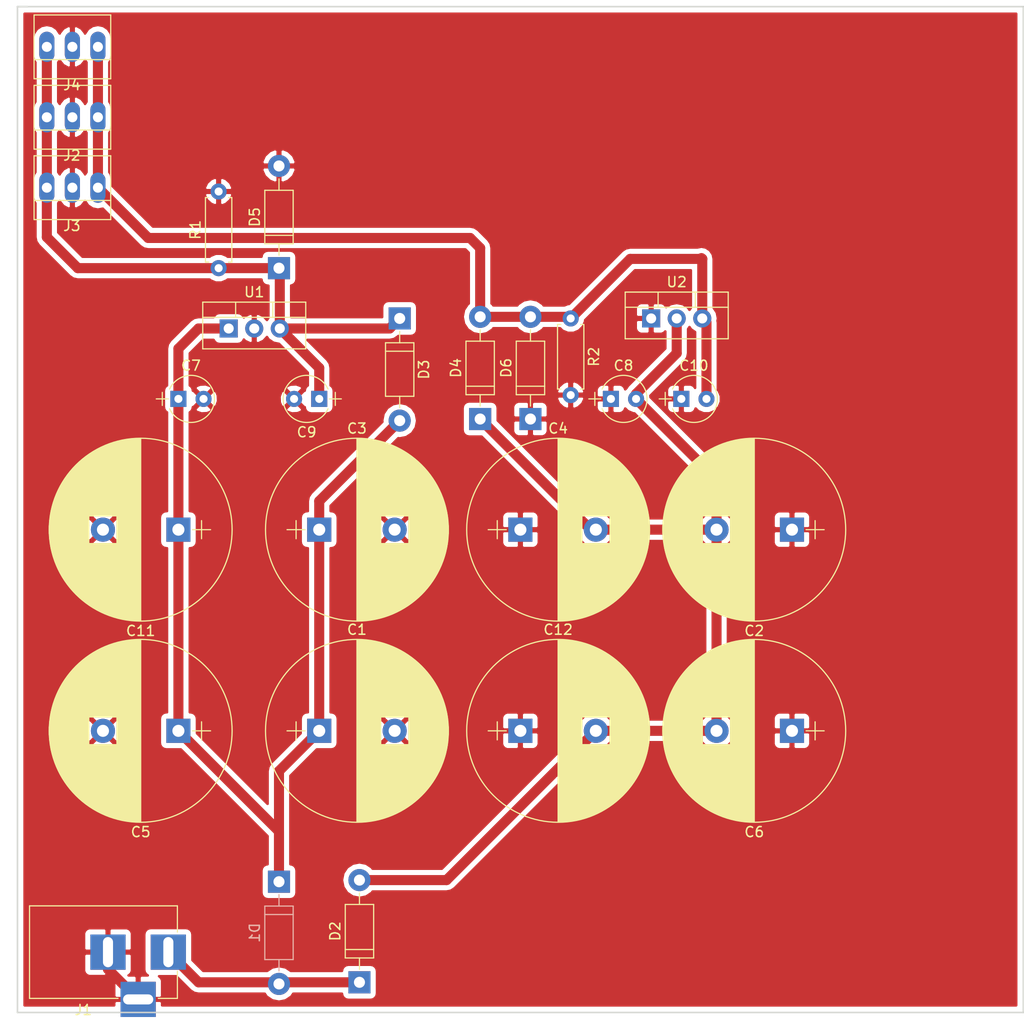
<source format=kicad_pcb>
(kicad_pcb (version 4) (host pcbnew 4.0.6)
  (layers (0 F.Cu signal) (31 B.Cu signal) (34 B.Paste user) (35 F.Paste user) (36 B.SilkS user) (37 F.SilkS user) (38 B.Mask user) (39 F.Mask user) (44 Edge.Cuts user))
  (net 0 "")
  (net 1 "Net-(C1-Pad1)")
  (net 2 GND)
  (net 3 "Net-(C12-Pad2)")
  (net 4 V+)
  (net 5 V-)
  (net 6 "Net-(D1-Pad2)")
  (module Capacitors_THT:CP_Radial_D18.0mm_P7.50mm (layer F.Cu) (at 53 102)
    (fp_text reference C1 (at 3.75 -10.06) (layer F.SilkS))
    (fp_text value 3300uF)
    (pad 1 thru_hole rect (at 0 0) (size 2.4 2.4) (drill 1.2) (layers *.Cu *.Mask) (net 1 "Net-(C1-Pad1)"))
    (pad 2 thru_hole circle (at 7.5 0) (size 2.4 2.4) (drill 1.2) (layers *.Cu *.Mask) (net 2 GND))
  )
  (module Capacitors_THT:CP_Radial_D18.0mm_P7.50mm (layer F.Cu) (at 100 82 180)
    (fp_text reference C2 (at 3.75 -10.06 180) (layer F.SilkS))
    (fp_text value 3300uF)
    (pad 1 thru_hole rect (at 0 0 180) (size 2.4 2.4) (drill 1.2) (layers *.Cu *.Mask) (net 2 GND))
    (pad 2 thru_hole circle (at 7.5 0 180) (size 2.4 2.4) (drill 1.2) (layers *.Cu *.Mask) (net 3 "Net-(C12-Pad2)"))
  )
  (module Capacitors_THT:CP_Radial_D18.0mm_P7.50mm (layer F.Cu) (at 53 82)
    (fp_text reference C3 (at 3.75 -10.06) (layer F.SilkS))
    (fp_text value 3300uF)
    (pad 1 thru_hole rect (at 0 0) (size 2.4 2.4) (drill 1.2) (layers *.Cu *.Mask) (net 1 "Net-(C1-Pad1)"))
    (pad 2 thru_hole circle (at 7.5 0) (size 2.4 2.4) (drill 1.2) (layers *.Cu *.Mask) (net 2 GND))
  )
  (module Capacitors_THT:CP_Radial_D18.0mm_P7.50mm (layer F.Cu) (at 73 82)
    (fp_text reference C4 (at 3.75 -10.06) (layer F.SilkS))
    (fp_text value 3300uF)
    (pad 1 thru_hole rect (at 0 0) (size 2.4 2.4) (drill 1.2) (layers *.Cu *.Mask) (net 2 GND))
    (pad 2 thru_hole circle (at 7.5 0) (size 2.4 2.4) (drill 1.2) (layers *.Cu *.Mask) (net 3 "Net-(C12-Pad2)"))
  )
  (module Capacitors_THT:CP_Radial_D18.0mm_P7.50mm (layer F.Cu) (at 39 102 180)
    (fp_text reference C5 (at 3.75 -10.06 180) (layer F.SilkS))
    (fp_text value 3300uF)
    (pad 1 thru_hole rect (at 0 0 180) (size 2.4 2.4) (drill 1.2) (layers *.Cu *.Mask) (net 1 "Net-(C1-Pad1)"))
    (pad 2 thru_hole circle (at 7.5 0 180) (size 2.4 2.4) (drill 1.2) (layers *.Cu *.Mask) (net 2 GND))
  )
  (module Capacitors_THT:CP_Radial_D18.0mm_P7.50mm (layer F.Cu) (at 100 102 180)
    (fp_text reference C6 (at 3.75 -10.06 180) (layer F.SilkS))
    (fp_text value 3300uF)
    (pad 1 thru_hole rect (at 0 0 180) (size 2.4 2.4) (drill 1.2) (layers *.Cu *.Mask) (net 2 GND))
    (pad 2 thru_hole circle (at 7.5 0 180) (size 2.4 2.4) (drill 1.2) (layers *.Cu *.Mask) (net 3 "Net-(C12-Pad2)"))
  )
  (module Capacitors_THT:CP_Radial_Tantal_D4.5mm_P2.50mm (layer F.Cu) (at 39 69)
    (fp_text reference C7 (at 1.25 -3.31) (layer F.SilkS))
    (fp_text value 1uF)
    (pad 1 thru_hole rect (at 0 0) (size 1.6 1.6) (drill 0.8) (layers *.Cu *.Mask) (net 1 "Net-(C1-Pad1)"))
    (pad 2 thru_hole circle (at 2.5 0) (size 1.6 1.6) (drill 0.8) (layers *.Cu *.Mask) (net 2 GND))
  )
  (module Capacitors_THT:CP_Radial_Tantal_D4.5mm_P2.50mm (layer F.Cu) (at 82 69)
    (fp_text reference C8 (at 1.25 -3.31) (layer F.SilkS))
    (fp_text value 1uF)
    (pad 1 thru_hole rect (at 0 0) (size 1.6 1.6) (drill 0.8) (layers *.Cu *.Mask) (net 2 GND))
    (pad 2 thru_hole circle (at 2.5 0) (size 1.6 1.6) (drill 0.8) (layers *.Cu *.Mask) (net 3 "Net-(C12-Pad2)"))
  )
  (module Capacitors_THT:CP_Radial_Tantal_D4.5mm_P2.50mm (layer F.Cu) (at 53 69 180)
    (fp_text reference C9 (at 1.25 -3.31 180) (layer F.SilkS))
    (fp_text value 1uF)
    (pad 1 thru_hole rect (at 0 0 180) (size 1.6 1.6) (drill 0.8) (layers *.Cu *.Mask) (net 4 V+))
    (pad 2 thru_hole circle (at 2.5 0 180) (size 1.6 1.6) (drill 0.8) (layers *.Cu *.Mask) (net 2 GND))
  )
  (module Capacitors_THT:CP_Radial_Tantal_D4.5mm_P2.50mm (layer F.Cu) (at 89 69)
    (fp_text reference C10 (at 1.25 -3.31) (layer F.SilkS))
    (fp_text value 1uF)
    (pad 1 thru_hole rect (at 0 0) (size 1.6 1.6) (drill 0.8) (layers *.Cu *.Mask) (net 2 GND))
    (pad 2 thru_hole circle (at 2.5 0) (size 1.6 1.6) (drill 0.8) (layers *.Cu *.Mask) (net 5 V-))
  )
  (module Capacitors_THT:CP_Radial_D18.0mm_P7.50mm (layer F.Cu) (at 39 82 180)
    (fp_text reference C11 (at 3.75 -10.06 180) (layer F.SilkS))
    (fp_text value CP1)
    (pad 1 thru_hole rect (at 0 0 180) (size 2.4 2.4) (drill 1.2) (layers *.Cu *.Mask) (net 1 "Net-(C1-Pad1)"))
    (pad 2 thru_hole circle (at 7.5 0 180) (size 2.4 2.4) (drill 1.2) (layers *.Cu *.Mask) (net 2 GND))
  )
  (module Capacitors_THT:CP_Radial_D18.0mm_P7.50mm (layer F.Cu) (at 73 102)
    (fp_text reference C12 (at 3.75 -10.06) (layer F.SilkS))
    (fp_text value CP1)
    (pad 1 thru_hole rect (at 0 0) (size 2.4 2.4) (drill 1.2) (layers *.Cu *.Mask) (net 2 GND))
    (pad 2 thru_hole circle (at 7.5 0) (size 2.4 2.4) (drill 1.2) (layers *.Cu *.Mask) (net 3 "Net-(C12-Pad2)"))
  )
  (module Diodes_THT:D_DO-41_SOD81_P10.16mm_Horizontal (layer B.Cu) (at 49 117 270)
    (fp_text reference D1 (at 5.08 2.41 270) (layer B.SilkS) (effects (justify mirror)))
    (fp_text value D)
    (pad 1 thru_hole rect (at 0 0 270) (size 2.2 2.2) (drill 1.1) (layers *.Cu *.Mask) (net 1 "Net-(C1-Pad1)"))
    (pad 2 thru_hole oval (at 10.16 0 270) (size 2.2 2.2) (drill 1.1) (layers *.Cu *.Mask) (net 6 "Net-(D1-Pad2)"))
  )
  (module Diodes_THT:D_DO-41_SOD81_P10.16mm_Horizontal (layer F.Cu) (at 57 127 90)
    (fp_text reference D2 (at 5.08 -2.41 90) (layer F.SilkS))
    (fp_text value D)
    (pad 1 thru_hole rect (at 0 0 90) (size 2.2 2.2) (drill 1.1) (layers *.Cu *.Mask) (net 6 "Net-(D1-Pad2)"))
    (pad 2 thru_hole oval (at 10.16 0 90) (size 2.2 2.2) (drill 1.1) (layers *.Cu *.Mask) (net 3 "Net-(C12-Pad2)"))
  )
  (module Diodes_THT:D_DO-41_SOD81_P10.16mm_Horizontal (layer F.Cu) (at 61 61 270)
    (fp_text reference D3 (at 5.08 -2.41 270) (layer F.SilkS))
    (fp_text value D)
    (pad 1 thru_hole rect (at 0 0 270) (size 2.2 2.2) (drill 1.1) (layers *.Cu *.Mask) (net 4 V+))
    (pad 2 thru_hole oval (at 10.16 0 270) (size 2.2 2.2) (drill 1.1) (layers *.Cu *.Mask) (net 1 "Net-(C1-Pad1)"))
  )
  (module Diodes_THT:D_DO-41_SOD81_P10.16mm_Horizontal (layer F.Cu) (at 69 71 90)
    (fp_text reference D4 (at 5.08 -2.41 90) (layer F.SilkS))
    (fp_text value D)
    (pad 1 thru_hole rect (at 0 0 90) (size 2.2 2.2) (drill 1.1) (layers *.Cu *.Mask) (net 3 "Net-(C12-Pad2)"))
    (pad 2 thru_hole oval (at 10.16 0 90) (size 2.2 2.2) (drill 1.1) (layers *.Cu *.Mask) (net 5 V-))
  )
  (module Diodes_THT:D_DO-41_SOD81_P10.16mm_Horizontal (layer F.Cu) (at 49 56 90)
    (fp_text reference D5 (at 5.08 -2.41 90) (layer F.SilkS))
    (fp_text value D)
    (pad 1 thru_hole rect (at 0 0 90) (size 2.2 2.2) (drill 1.1) (layers *.Cu *.Mask) (net 4 V+))
    (pad 2 thru_hole oval (at 10.16 0 90) (size 2.2 2.2) (drill 1.1) (layers *.Cu *.Mask) (net 2 GND))
  )
  (module Diodes_THT:D_DO-41_SOD81_P10.16mm_Horizontal (layer F.Cu) (at 74 71 90)
    (fp_text reference D6 (at 5.08 -2.41 90) (layer F.SilkS))
    (fp_text value D)
    (pad 1 thru_hole rect (at 0 0 90) (size 2.2 2.2) (drill 1.1) (layers *.Cu *.Mask) (net 2 GND))
    (pad 2 thru_hole oval (at 10.16 0 90) (size 2.2 2.2) (drill 1.1) (layers *.Cu *.Mask) (net 5 V-))
  )
  (module Connectors:BARREL_JACK (layer F.Cu) (at 38 124)
    (fp_text reference J1 (at -8.45 5.75 180) (layer F.SilkS))
    (fp_text value BARREL_JACK)
    (pad 1 thru_hole rect (at 0 0) (size 3.5 3.5) (drill oval 1 3) (layers *.Cu *.Mask) (net 6 "Net-(D1-Pad2)"))
    (pad 2 thru_hole rect (at -6 0) (size 3.5 3.5) (drill oval 1 3) (layers *.Cu *.Mask) (net 2 GND))
    (pad 3 thru_hole rect (at -3 4.7) (size 3.5 3.5) (drill oval 3 1) (layers *.Cu *.Mask) (net 2 GND))
  )
  (module Resistors_THT:R_Axial_DIN0207_L6.3mm_D2.5mm_P7.62mm_Horizontal (layer F.Cu) (at 43 56 90)
    (fp_text reference R1 (at 3.81 -2.31 90) (layer F.SilkS))
    (fp_text value 2.4k)
    (pad 1 thru_hole circle (at 0 0 90) (size 1.6 1.6) (drill 0.8) (layers *.Cu *.Mask) (net 4 V+))
    (pad 2 thru_hole oval (at 7.62 0 90) (size 1.6 1.6) (drill 0.8) (layers *.Cu *.Mask) (net 2 GND))
  )
  (module Resistors_THT:R_Axial_DIN0207_L6.3mm_D2.5mm_P7.62mm_Horizontal (layer F.Cu) (at 78 61 270)
    (fp_text reference R2 (at 3.81 -2.31 270) (layer F.SilkS))
    (fp_text value 2.4k)
    (pad 1 thru_hole circle (at 0 0 270) (size 1.6 1.6) (drill 0.8) (layers *.Cu *.Mask) (net 5 V-))
    (pad 2 thru_hole oval (at 7.62 0 270) (size 1.6 1.6) (drill 0.8) (layers *.Cu *.Mask) (net 2 GND))
  )
  (module TO_SOT_Packages_THT:TO-220_Vertical (layer F.Cu) (at 44 62)
    (fp_text reference U1 (at 2.54 -3.62) (layer F.SilkS))
    (fp_text value LM7812CT)
    (pad 1 thru_hole rect (at 0 0) (size 1.8 1.8) (drill 1) (layers *.Cu *.Mask) (net 1 "Net-(C1-Pad1)"))
    (pad 2 thru_hole oval (at 2.54 0) (size 1.8 1.8) (drill 1) (layers *.Cu *.Mask) (net 2 GND))
    (pad 3 thru_hole oval (at 5.08 0) (size 1.8 1.8) (drill 1) (layers *.Cu *.Mask) (net 4 V+))
  )
  (module TO_SOT_Packages_THT:TO-220_Vertical (layer F.Cu) (at 86 61)
    (fp_text reference U2 (at 2.54 -3.62) (layer F.SilkS))
    (fp_text value LM7912CT)
    (pad 1 thru_hole rect (at 0 0) (size 1.8 1.8) (drill 1) (layers *.Cu *.Mask) (net 2 GND))
    (pad 2 thru_hole oval (at 2.54 0) (size 1.8 1.8) (drill 1) (layers *.Cu *.Mask) (net 3 "Net-(C12-Pad2)"))
    (pad 3 thru_hole oval (at 5.08 0) (size 1.8 1.8) (drill 1) (layers *.Cu *.Mask) (net 5 V-))
  )
  (module Connectors:PINHEAD1-3 (layer F.Cu) (at 31 41 180)
    (fp_text reference J2 (at 2.59 -3.8 180) (layer F.SilkS))
    (fp_text value CONN_01X03_MALE)
    (pad 1 thru_hole oval (at 0 0 180) (size 1.51 3.01) (drill 1) (layers *.Cu *.Mask) (net 5 V-))
    (pad 2 thru_hole oval (at 2.54 0 180) (size 1.51 3.01) (drill 1) (layers *.Cu *.Mask) (net 2 GND))
    (pad 3 thru_hole oval (at 5.08 0 180) (size 1.51 3.01) (drill 1) (layers *.Cu *.Mask) (net 4 V+))
  )
  (module Connectors:PINHEAD1-3 (layer F.Cu) (at 31 48 180)
    (fp_text reference J3 (at 2.59 -3.8 180) (layer F.SilkS))
    (fp_text value CONN_01X03_MALE)
    (pad 1 thru_hole oval (at 0 0 180) (size 1.51 3.01) (drill 1) (layers *.Cu *.Mask) (net 5 V-))
    (pad 2 thru_hole oval (at 2.54 0 180) (size 1.51 3.01) (drill 1) (layers *.Cu *.Mask) (net 2 GND))
    (pad 3 thru_hole oval (at 5.08 0 180) (size 1.51 3.01) (drill 1) (layers *.Cu *.Mask) (net 4 V+))
  )
  (module Connectors:PINHEAD1-3 (layer F.Cu) (at 31 34 180)
    (fp_text reference J4 (at 2.59 -3.8 180) (layer F.SilkS))
    (fp_text value CONN_01X03_MALE)
    (pad 1 thru_hole oval (at 0 0 180) (size 1.51 3.01) (drill 1) (layers *.Cu *.Mask) (net 5 V-))
    (pad 2 thru_hole oval (at 2.54 0 180) (size 1.51 3.01) (drill 1) (layers *.Cu *.Mask) (net 2 GND))
    (pad 3 thru_hole oval (at 5.08 0 180) (size 1.51 3.01) (drill 1) (layers *.Cu *.Mask) (net 4 V+))
  )
  (gr_line (start 23 30) (end 24 30) (angle 90) (layer Edge.Cuts) (width 0.15))
  (gr_line (start 123 30) (end 23 30) (angle 90) (layer Edge.Cuts) (width 0.15))
  (gr_line (start 123 130) (end 123 30) (angle 90) (layer Edge.Cuts) (width 0.15))
  (gr_line (start 23 130) (end 123 130) (angle 90) (layer Edge.Cuts) (width 0.15))
  (gr_line (start 23 30) (end 23 130) (angle 90) (layer Edge.Cuts) (width 0.15))
  (segment (start 53 82) (end 53 79.16) (width 1) (layer F.Cu) (net 1))
  (segment (start 53 79.16) (end 61 71.16) (width 1) (layer F.Cu) (net 1))
  (segment (start 39 82) (end 39 69) (width 1) (layer F.Cu) (net 1))
  (segment (start 39 69) (end 39 64) (width 1) (layer F.Cu) (net 1))
  (segment (start 41 62) (end 44 62) (width 1) (layer F.Cu) (net 1))
  (segment (start 39 64) (end 41 62) (width 1) (layer F.Cu) (net 1))
  (segment (start 49 117) (end 49 112) (width 1) (layer F.Cu) (net 1))
  (segment (start 49 112) (end 39 102) (width 1) (layer F.Cu) (net 1))
  (segment (start 39 102) (end 39 82) (width 1) (layer F.Cu) (net 1))
  (segment (start 49 117) (end 49 106) (width 1) (layer F.Cu) (net 1))
  (segment (start 49 106) (end 53 102) (width 1) (layer F.Cu) (net 1))
  (segment (start 53 102) (end 53 82) (width 1) (layer F.Cu) (net 1))
  (segment (start 32 124) (end 32 125.7) (width 1) (layer F.Cu) (net 2))
  (segment (start 32 125.7) (end 35 128.7) (width 1) (layer F.Cu) (net 2))
  (segment (start 84.5 69) (end 84.5 68.5) (width 1) (layer F.Cu) (net 3))
  (segment (start 84.5 68.5) (end 88.54 64.46) (width 1) (layer F.Cu) (net 3))
  (segment (start 88.54 64.46) (end 88.54 61) (width 1) (layer F.Cu) (net 3))
  (segment (start 92.5 82) (end 92.5 77) (width 1) (layer F.Cu) (net 3))
  (segment (start 92.5 77) (end 84.5 69) (width 1) (layer F.Cu) (net 3))
  (segment (start 80.5 82) (end 80 82) (width 1) (layer F.Cu) (net 3))
  (segment (start 80 82) (end 69 71) (width 1) (layer F.Cu) (net 3))
  (segment (start 92.5 82) (end 80.5 82) (width 1) (layer F.Cu) (net 3))
  (segment (start 57 116.84) (end 65.66 116.84) (width 1) (layer F.Cu) (net 3))
  (segment (start 65.66 116.84) (end 80.5 102) (width 1) (layer F.Cu) (net 3))
  (segment (start 80.5 102) (end 92.5 102) (width 1) (layer F.Cu) (net 3))
  (segment (start 92.5 102) (end 92.5 82) (width 1) (layer F.Cu) (net 3))
  (segment (start 43 56) (end 29 56) (width 1) (layer F.Cu) (net 4))
  (segment (start 25.92 52.92) (end 25.92 48) (width 1) (layer F.Cu) (net 4))
  (segment (start 29 56) (end 25.92 52.92) (width 1) (layer F.Cu) (net 4))
  (segment (start 49 56) (end 43 56) (width 1) (layer F.Cu) (net 4))
  (segment (start 25.92 34) (end 25.92 48) (width 1) (layer F.Cu) (net 4))
  (segment (start 49.08 62) (end 49.08 56.92) (width 1) (layer F.Cu) (net 4))
  (segment (start 49.08 56.92) (end 49 56) (width 1) (layer F.Cu) (net 4))
  (segment (start 49.08 62) (end 60 62) (width 1) (layer F.Cu) (net 4))
  (segment (start 60 62) (end 61 61) (width 1) (layer F.Cu) (net 4))
  (segment (start 53 69) (end 53 65.92) (width 1) (layer F.Cu) (net 4))
  (segment (start 53 65.92) (end 49.08 62) (width 1) (layer F.Cu) (net 4))
  (segment (start 69 60.84) (end 69 54) (width 1) (layer F.Cu) (net 5))
  (segment (start 36 53) (end 31 48) (width 1) (layer F.Cu) (net 5))
  (segment (start 68 53) (end 36 53) (width 1) (layer F.Cu) (net 5))
  (segment (start 69 54) (end 68 53) (width 1) (layer F.Cu) (net 5))
  (segment (start 91.08 55.08) (end 83.92 55.08) (width 1) (layer F.Cu) (net 5))
  (segment (start 83.92 55.08) (end 78 61) (width 1) (layer F.Cu) (net 5))
  (segment (start 91.08 61) (end 91.08 55.08) (width 1) (layer F.Cu) (net 5))
  (segment (start 91.08 55.08) (end 91 55) (width 1) (layer F.Cu) (net 5))
  (segment (start 69 60.84) (end 77.84 60.84) (width 1) (layer F.Cu) (net 5))
  (segment (start 77.84 60.84) (end 78 61) (width 1) (layer F.Cu) (net 5))
  (segment (start 91.5 69) (end 91.5 61.42) (width 1) (layer F.Cu) (net 5))
  (segment (start 91.5 61.42) (end 91.08 61) (width 1) (layer F.Cu) (net 5))
  (segment (start 31 34) (end 31 48) (width 1) (layer F.Cu) (net 5))
  (segment (start 38 124) (end 41 127) (width 1) (layer F.Cu) (net 6))
  (segment (start 41 127) (end 48.84 127) (width 1) (layer F.Cu) (net 6))
  (segment (start 48.84 127) (end 57 127) (width 1) (layer F.Cu) (net 6))
  (zone (net 2) (net_name GND) (layer F.Cu) (connect_pads (clearance 0.508)) (min_thickness 0.254) (fill yes (arc_segments 16) (thermal_gap 0.508) (thermal_bridge_width 0.508))
    (polygon (pts (xy 123 130) (xy 23 130) (xy 23 30) (xy 123 30) (xy 123 130)))
  )
)
</source>
